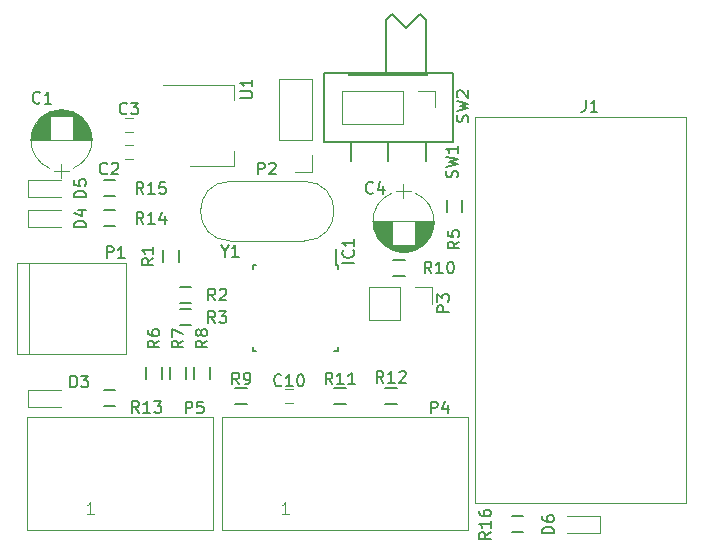
<source format=gto>
G04 #@! TF.GenerationSoftware,KiCad,Pcbnew,(2017-01-09 revision c2fb336)-makepkg*
G04 #@! TF.CreationDate,2017-04-23T15:34:07+02:00*
G04 #@! TF.ProjectId,avrIspMk2Clone,6176724973704D6B32436C6F6E652E6B,rev?*
G04 #@! TF.FileFunction,Legend,Top*
G04 #@! TF.FilePolarity,Positive*
%FSLAX46Y46*%
G04 Gerber Fmt 4.6, Leading zero omitted, Abs format (unit mm)*
G04 Created by KiCad (PCBNEW (2017-01-09 revision c2fb336)-makepkg) date 04/23/17 15:34:07*
%MOMM*%
%LPD*%
G01*
G04 APERTURE LIST*
%ADD10C,0.100000*%
%ADD11C,0.120000*%
%ADD12C,0.150000*%
G04 APERTURE END LIST*
D10*
D11*
X114838000Y-103210000D02*
X114838000Y-104600000D01*
X113448000Y-103210000D02*
X114838000Y-103210000D01*
X112178000Y-105990000D02*
X112178000Y-103210000D01*
X109518000Y-105990000D02*
X112178000Y-105990000D01*
X109518000Y-103210000D02*
X109518000Y-105990000D01*
X112178000Y-103210000D02*
X109518000Y-103210000D01*
X80559000Y-123770000D02*
X80559000Y-114170000D01*
X96299000Y-123770000D02*
X80559000Y-123770000D01*
X96299000Y-114170000D02*
X96299000Y-123770000D01*
X80559000Y-114170000D02*
X96299000Y-114170000D01*
X104027000Y-94249000D02*
X97777000Y-94249000D01*
X104027000Y-99299000D02*
X97777000Y-99299000D01*
X97777000Y-94249000D02*
G75*
G03X97777000Y-99299000I0J-2525000D01*
G01*
X104027000Y-94249000D02*
G75*
G02X104027000Y-99299000I0J-2525000D01*
G01*
X82494600Y-88363137D02*
G75*
G03X82496000Y-93157436I981400J-2396863D01*
G01*
X84457400Y-88363137D02*
G75*
G02X84456000Y-93157436I-981400J-2396863D01*
G01*
X84457400Y-88363137D02*
G75*
G03X82496000Y-88362564I-981400J-2396863D01*
G01*
X80926000Y-90760000D02*
X86026000Y-90760000D01*
X80926000Y-90720000D02*
X82496000Y-90720000D01*
X84456000Y-90720000D02*
X86026000Y-90720000D01*
X80927000Y-90680000D02*
X82496000Y-90680000D01*
X84456000Y-90680000D02*
X86025000Y-90680000D01*
X80928000Y-90640000D02*
X82496000Y-90640000D01*
X84456000Y-90640000D02*
X86024000Y-90640000D01*
X80930000Y-90600000D02*
X82496000Y-90600000D01*
X84456000Y-90600000D02*
X86022000Y-90600000D01*
X80933000Y-90560000D02*
X82496000Y-90560000D01*
X84456000Y-90560000D02*
X86019000Y-90560000D01*
X80937000Y-90520000D02*
X82496000Y-90520000D01*
X84456000Y-90520000D02*
X86015000Y-90520000D01*
X80941000Y-90480000D02*
X82496000Y-90480000D01*
X84456000Y-90480000D02*
X86011000Y-90480000D01*
X80945000Y-90440000D02*
X82496000Y-90440000D01*
X84456000Y-90440000D02*
X86007000Y-90440000D01*
X80951000Y-90400000D02*
X82496000Y-90400000D01*
X84456000Y-90400000D02*
X86001000Y-90400000D01*
X80957000Y-90360000D02*
X82496000Y-90360000D01*
X84456000Y-90360000D02*
X85995000Y-90360000D01*
X80963000Y-90320000D02*
X82496000Y-90320000D01*
X84456000Y-90320000D02*
X85989000Y-90320000D01*
X80970000Y-90280000D02*
X82496000Y-90280000D01*
X84456000Y-90280000D02*
X85982000Y-90280000D01*
X80978000Y-90240000D02*
X82496000Y-90240000D01*
X84456000Y-90240000D02*
X85974000Y-90240000D01*
X80987000Y-90200000D02*
X82496000Y-90200000D01*
X84456000Y-90200000D02*
X85965000Y-90200000D01*
X80996000Y-90160000D02*
X82496000Y-90160000D01*
X84456000Y-90160000D02*
X85956000Y-90160000D01*
X81006000Y-90120000D02*
X82496000Y-90120000D01*
X84456000Y-90120000D02*
X85946000Y-90120000D01*
X81016000Y-90080000D02*
X82496000Y-90080000D01*
X84456000Y-90080000D02*
X85936000Y-90080000D01*
X81028000Y-90039000D02*
X82496000Y-90039000D01*
X84456000Y-90039000D02*
X85924000Y-90039000D01*
X81040000Y-89999000D02*
X82496000Y-89999000D01*
X84456000Y-89999000D02*
X85912000Y-89999000D01*
X81052000Y-89959000D02*
X82496000Y-89959000D01*
X84456000Y-89959000D02*
X85900000Y-89959000D01*
X81066000Y-89919000D02*
X82496000Y-89919000D01*
X84456000Y-89919000D02*
X85886000Y-89919000D01*
X81080000Y-89879000D02*
X82496000Y-89879000D01*
X84456000Y-89879000D02*
X85872000Y-89879000D01*
X81094000Y-89839000D02*
X82496000Y-89839000D01*
X84456000Y-89839000D02*
X85858000Y-89839000D01*
X81110000Y-89799000D02*
X82496000Y-89799000D01*
X84456000Y-89799000D02*
X85842000Y-89799000D01*
X81126000Y-89759000D02*
X82496000Y-89759000D01*
X84456000Y-89759000D02*
X85826000Y-89759000D01*
X81143000Y-89719000D02*
X82496000Y-89719000D01*
X84456000Y-89719000D02*
X85809000Y-89719000D01*
X81161000Y-89679000D02*
X82496000Y-89679000D01*
X84456000Y-89679000D02*
X85791000Y-89679000D01*
X81180000Y-89639000D02*
X82496000Y-89639000D01*
X84456000Y-89639000D02*
X85772000Y-89639000D01*
X81200000Y-89599000D02*
X82496000Y-89599000D01*
X84456000Y-89599000D02*
X85752000Y-89599000D01*
X81220000Y-89559000D02*
X82496000Y-89559000D01*
X84456000Y-89559000D02*
X85732000Y-89559000D01*
X81242000Y-89519000D02*
X82496000Y-89519000D01*
X84456000Y-89519000D02*
X85710000Y-89519000D01*
X81264000Y-89479000D02*
X82496000Y-89479000D01*
X84456000Y-89479000D02*
X85688000Y-89479000D01*
X81287000Y-89439000D02*
X82496000Y-89439000D01*
X84456000Y-89439000D02*
X85665000Y-89439000D01*
X81311000Y-89399000D02*
X82496000Y-89399000D01*
X84456000Y-89399000D02*
X85641000Y-89399000D01*
X81336000Y-89359000D02*
X82496000Y-89359000D01*
X84456000Y-89359000D02*
X85616000Y-89359000D01*
X81363000Y-89319000D02*
X82496000Y-89319000D01*
X84456000Y-89319000D02*
X85589000Y-89319000D01*
X81390000Y-89279000D02*
X82496000Y-89279000D01*
X84456000Y-89279000D02*
X85562000Y-89279000D01*
X81418000Y-89239000D02*
X82496000Y-89239000D01*
X84456000Y-89239000D02*
X85534000Y-89239000D01*
X81448000Y-89199000D02*
X82496000Y-89199000D01*
X84456000Y-89199000D02*
X85504000Y-89199000D01*
X81479000Y-89159000D02*
X82496000Y-89159000D01*
X84456000Y-89159000D02*
X85473000Y-89159000D01*
X81511000Y-89119000D02*
X82496000Y-89119000D01*
X84456000Y-89119000D02*
X85441000Y-89119000D01*
X81544000Y-89079000D02*
X82496000Y-89079000D01*
X84456000Y-89079000D02*
X85408000Y-89079000D01*
X81579000Y-89039000D02*
X82496000Y-89039000D01*
X84456000Y-89039000D02*
X85373000Y-89039000D01*
X81615000Y-88999000D02*
X82496000Y-88999000D01*
X84456000Y-88999000D02*
X85337000Y-88999000D01*
X81653000Y-88959000D02*
X82496000Y-88959000D01*
X84456000Y-88959000D02*
X85299000Y-88959000D01*
X81693000Y-88919000D02*
X82496000Y-88919000D01*
X84456000Y-88919000D02*
X85259000Y-88919000D01*
X81734000Y-88879000D02*
X82496000Y-88879000D01*
X84456000Y-88879000D02*
X85218000Y-88879000D01*
X81777000Y-88839000D02*
X82496000Y-88839000D01*
X84456000Y-88839000D02*
X85175000Y-88839000D01*
X81822000Y-88799000D02*
X82496000Y-88799000D01*
X84456000Y-88799000D02*
X85130000Y-88799000D01*
X81870000Y-88759000D02*
X85082000Y-88759000D01*
X81920000Y-88719000D02*
X85032000Y-88719000D01*
X81972000Y-88679000D02*
X84980000Y-88679000D01*
X82028000Y-88639000D02*
X84924000Y-88639000D01*
X82086000Y-88599000D02*
X84866000Y-88599000D01*
X82149000Y-88559000D02*
X84803000Y-88559000D01*
X82215000Y-88519000D02*
X84737000Y-88519000D01*
X82287000Y-88479000D02*
X84665000Y-88479000D01*
X82364000Y-88439000D02*
X84588000Y-88439000D01*
X82448000Y-88399000D02*
X84504000Y-88399000D01*
X82542000Y-88359000D02*
X84410000Y-88359000D01*
X82647000Y-88319000D02*
X84305000Y-88319000D01*
X82769000Y-88279000D02*
X84183000Y-88279000D01*
X82917000Y-88239000D02*
X84035000Y-88239000D01*
X83122000Y-88199000D02*
X83830000Y-88199000D01*
X83476000Y-93960000D02*
X83476000Y-92760000D01*
X82826000Y-93360000D02*
X84126000Y-93360000D01*
X113413400Y-100046863D02*
G75*
G03X113412000Y-95252564I-981400J2396863D01*
G01*
X111450600Y-100046863D02*
G75*
G02X111452000Y-95252564I981400J2396863D01*
G01*
X111450600Y-100046863D02*
G75*
G03X113412000Y-100047436I981400J2396863D01*
G01*
X114982000Y-97650000D02*
X109882000Y-97650000D01*
X114982000Y-97690000D02*
X113412000Y-97690000D01*
X111452000Y-97690000D02*
X109882000Y-97690000D01*
X114981000Y-97730000D02*
X113412000Y-97730000D01*
X111452000Y-97730000D02*
X109883000Y-97730000D01*
X114980000Y-97770000D02*
X113412000Y-97770000D01*
X111452000Y-97770000D02*
X109884000Y-97770000D01*
X114978000Y-97810000D02*
X113412000Y-97810000D01*
X111452000Y-97810000D02*
X109886000Y-97810000D01*
X114975000Y-97850000D02*
X113412000Y-97850000D01*
X111452000Y-97850000D02*
X109889000Y-97850000D01*
X114971000Y-97890000D02*
X113412000Y-97890000D01*
X111452000Y-97890000D02*
X109893000Y-97890000D01*
X114967000Y-97930000D02*
X113412000Y-97930000D01*
X111452000Y-97930000D02*
X109897000Y-97930000D01*
X114963000Y-97970000D02*
X113412000Y-97970000D01*
X111452000Y-97970000D02*
X109901000Y-97970000D01*
X114957000Y-98010000D02*
X113412000Y-98010000D01*
X111452000Y-98010000D02*
X109907000Y-98010000D01*
X114951000Y-98050000D02*
X113412000Y-98050000D01*
X111452000Y-98050000D02*
X109913000Y-98050000D01*
X114945000Y-98090000D02*
X113412000Y-98090000D01*
X111452000Y-98090000D02*
X109919000Y-98090000D01*
X114938000Y-98130000D02*
X113412000Y-98130000D01*
X111452000Y-98130000D02*
X109926000Y-98130000D01*
X114930000Y-98170000D02*
X113412000Y-98170000D01*
X111452000Y-98170000D02*
X109934000Y-98170000D01*
X114921000Y-98210000D02*
X113412000Y-98210000D01*
X111452000Y-98210000D02*
X109943000Y-98210000D01*
X114912000Y-98250000D02*
X113412000Y-98250000D01*
X111452000Y-98250000D02*
X109952000Y-98250000D01*
X114902000Y-98290000D02*
X113412000Y-98290000D01*
X111452000Y-98290000D02*
X109962000Y-98290000D01*
X114892000Y-98330000D02*
X113412000Y-98330000D01*
X111452000Y-98330000D02*
X109972000Y-98330000D01*
X114880000Y-98371000D02*
X113412000Y-98371000D01*
X111452000Y-98371000D02*
X109984000Y-98371000D01*
X114868000Y-98411000D02*
X113412000Y-98411000D01*
X111452000Y-98411000D02*
X109996000Y-98411000D01*
X114856000Y-98451000D02*
X113412000Y-98451000D01*
X111452000Y-98451000D02*
X110008000Y-98451000D01*
X114842000Y-98491000D02*
X113412000Y-98491000D01*
X111452000Y-98491000D02*
X110022000Y-98491000D01*
X114828000Y-98531000D02*
X113412000Y-98531000D01*
X111452000Y-98531000D02*
X110036000Y-98531000D01*
X114814000Y-98571000D02*
X113412000Y-98571000D01*
X111452000Y-98571000D02*
X110050000Y-98571000D01*
X114798000Y-98611000D02*
X113412000Y-98611000D01*
X111452000Y-98611000D02*
X110066000Y-98611000D01*
X114782000Y-98651000D02*
X113412000Y-98651000D01*
X111452000Y-98651000D02*
X110082000Y-98651000D01*
X114765000Y-98691000D02*
X113412000Y-98691000D01*
X111452000Y-98691000D02*
X110099000Y-98691000D01*
X114747000Y-98731000D02*
X113412000Y-98731000D01*
X111452000Y-98731000D02*
X110117000Y-98731000D01*
X114728000Y-98771000D02*
X113412000Y-98771000D01*
X111452000Y-98771000D02*
X110136000Y-98771000D01*
X114708000Y-98811000D02*
X113412000Y-98811000D01*
X111452000Y-98811000D02*
X110156000Y-98811000D01*
X114688000Y-98851000D02*
X113412000Y-98851000D01*
X111452000Y-98851000D02*
X110176000Y-98851000D01*
X114666000Y-98891000D02*
X113412000Y-98891000D01*
X111452000Y-98891000D02*
X110198000Y-98891000D01*
X114644000Y-98931000D02*
X113412000Y-98931000D01*
X111452000Y-98931000D02*
X110220000Y-98931000D01*
X114621000Y-98971000D02*
X113412000Y-98971000D01*
X111452000Y-98971000D02*
X110243000Y-98971000D01*
X114597000Y-99011000D02*
X113412000Y-99011000D01*
X111452000Y-99011000D02*
X110267000Y-99011000D01*
X114572000Y-99051000D02*
X113412000Y-99051000D01*
X111452000Y-99051000D02*
X110292000Y-99051000D01*
X114545000Y-99091000D02*
X113412000Y-99091000D01*
X111452000Y-99091000D02*
X110319000Y-99091000D01*
X114518000Y-99131000D02*
X113412000Y-99131000D01*
X111452000Y-99131000D02*
X110346000Y-99131000D01*
X114490000Y-99171000D02*
X113412000Y-99171000D01*
X111452000Y-99171000D02*
X110374000Y-99171000D01*
X114460000Y-99211000D02*
X113412000Y-99211000D01*
X111452000Y-99211000D02*
X110404000Y-99211000D01*
X114429000Y-99251000D02*
X113412000Y-99251000D01*
X111452000Y-99251000D02*
X110435000Y-99251000D01*
X114397000Y-99291000D02*
X113412000Y-99291000D01*
X111452000Y-99291000D02*
X110467000Y-99291000D01*
X114364000Y-99331000D02*
X113412000Y-99331000D01*
X111452000Y-99331000D02*
X110500000Y-99331000D01*
X114329000Y-99371000D02*
X113412000Y-99371000D01*
X111452000Y-99371000D02*
X110535000Y-99371000D01*
X114293000Y-99411000D02*
X113412000Y-99411000D01*
X111452000Y-99411000D02*
X110571000Y-99411000D01*
X114255000Y-99451000D02*
X113412000Y-99451000D01*
X111452000Y-99451000D02*
X110609000Y-99451000D01*
X114215000Y-99491000D02*
X113412000Y-99491000D01*
X111452000Y-99491000D02*
X110649000Y-99491000D01*
X114174000Y-99531000D02*
X113412000Y-99531000D01*
X111452000Y-99531000D02*
X110690000Y-99531000D01*
X114131000Y-99571000D02*
X113412000Y-99571000D01*
X111452000Y-99571000D02*
X110733000Y-99571000D01*
X114086000Y-99611000D02*
X113412000Y-99611000D01*
X111452000Y-99611000D02*
X110778000Y-99611000D01*
X114038000Y-99651000D02*
X110826000Y-99651000D01*
X113988000Y-99691000D02*
X110876000Y-99691000D01*
X113936000Y-99731000D02*
X110928000Y-99731000D01*
X113880000Y-99771000D02*
X110984000Y-99771000D01*
X113822000Y-99811000D02*
X111042000Y-99811000D01*
X113759000Y-99851000D02*
X111105000Y-99851000D01*
X113693000Y-99891000D02*
X111171000Y-99891000D01*
X113621000Y-99931000D02*
X111243000Y-99931000D01*
X113544000Y-99971000D02*
X111320000Y-99971000D01*
X113460000Y-100011000D02*
X111404000Y-100011000D01*
X113366000Y-100051000D02*
X111498000Y-100051000D01*
X113261000Y-100091000D02*
X111603000Y-100091000D01*
X113139000Y-100131000D02*
X111725000Y-100131000D01*
X112991000Y-100171000D02*
X111873000Y-100171000D01*
X112786000Y-100211000D02*
X112078000Y-100211000D01*
X112432000Y-94450000D02*
X112432000Y-95650000D01*
X113082000Y-95050000D02*
X111782000Y-95050000D01*
X80660000Y-111920000D02*
X80660000Y-113320000D01*
X80660000Y-113320000D02*
X83460000Y-113320000D01*
X80660000Y-111920000D02*
X83460000Y-111920000D01*
X80660000Y-96680000D02*
X83460000Y-96680000D01*
X80660000Y-98080000D02*
X83460000Y-98080000D01*
X80660000Y-96680000D02*
X80660000Y-98080000D01*
X80660000Y-94140000D02*
X80660000Y-95540000D01*
X80660000Y-95540000D02*
X83460000Y-95540000D01*
X80660000Y-94140000D02*
X83460000Y-94140000D01*
X129048000Y-123988000D02*
X126248000Y-123988000D01*
X129048000Y-122588000D02*
X126248000Y-122588000D01*
X129048000Y-123988000D02*
X129048000Y-122588000D01*
D12*
X106688000Y-101375000D02*
X106688000Y-99950000D01*
X106913000Y-108625000D02*
X106913000Y-108299999D01*
X99663000Y-108625000D02*
X99663000Y-108299999D01*
X99663000Y-101375000D02*
X99663000Y-101700001D01*
X106913000Y-101375000D02*
X106913000Y-101700001D01*
X99663000Y-101375000D02*
X99988001Y-101375000D01*
X99663000Y-108625000D02*
X99988001Y-108625000D01*
X106913000Y-108625000D02*
X106587999Y-108625000D01*
X106913000Y-101375000D02*
X106688000Y-101375000D01*
D11*
X136364000Y-88800000D02*
X118464000Y-88850000D01*
X118464000Y-88850000D02*
X118464000Y-121450000D01*
X118464000Y-121450000D02*
X136364000Y-121450000D01*
X136364000Y-121450000D02*
X136364000Y-88800000D01*
X88950000Y-101150000D02*
X79750000Y-101150000D01*
X88950000Y-108850000D02*
X88950000Y-101150000D01*
X79750000Y-108850000D02*
X88950000Y-108850000D01*
X79750000Y-101150000D02*
X79750000Y-108850000D01*
X80750000Y-101150000D02*
X80750000Y-108850000D01*
X97069000Y-114170000D02*
X117889000Y-114170000D01*
X117889000Y-114170000D02*
X117889000Y-123770000D01*
X117889000Y-123770000D02*
X97069000Y-123770000D01*
X97069000Y-123770000D02*
X97069000Y-114170000D01*
X98086000Y-92916000D02*
X98086000Y-91656000D01*
X98086000Y-86096000D02*
X98086000Y-87356000D01*
X94326000Y-92916000D02*
X98086000Y-92916000D01*
X92076000Y-86096000D02*
X98086000Y-86096000D01*
X115092000Y-86592000D02*
X115092000Y-87982000D01*
X113702000Y-86592000D02*
X115092000Y-86592000D01*
X112432000Y-89372000D02*
X112432000Y-86592000D01*
X107232000Y-89372000D02*
X112432000Y-89372000D01*
X107232000Y-86592000D02*
X107232000Y-89372000D01*
X112432000Y-86592000D02*
X107232000Y-86592000D01*
D12*
X116662000Y-90954000D02*
X116662000Y-85054000D01*
X105662000Y-90954000D02*
X105662000Y-85054000D01*
X114362000Y-92554000D02*
X114362000Y-90954000D01*
X111162000Y-92554000D02*
X111162000Y-90954000D01*
X107962000Y-92554000D02*
X107962000Y-90954000D01*
X114362000Y-85054000D02*
X114362000Y-80554000D01*
X110962000Y-85054000D02*
X110962000Y-80554000D01*
X116662000Y-90954000D02*
X105662000Y-90954000D01*
X105662000Y-85054000D02*
X116662000Y-85054000D01*
X114462000Y-85254000D02*
X107862000Y-85254000D01*
X107862000Y-85254000D02*
X107862000Y-85054000D01*
X114462000Y-85254000D02*
X114462000Y-85054000D01*
X114362000Y-80554000D02*
X113862000Y-80054000D01*
X113862000Y-80054000D02*
X112662000Y-81254000D01*
X112662000Y-81254000D02*
X111462000Y-80054000D01*
X111462000Y-80054000D02*
X110962000Y-80554000D01*
D11*
X88841000Y-91192000D02*
X89541000Y-91192000D01*
X89541000Y-92392000D02*
X88841000Y-92392000D01*
X89541000Y-90106000D02*
X88841000Y-90106000D01*
X88841000Y-88906000D02*
X89541000Y-88906000D01*
X104678000Y-93436000D02*
X103288000Y-93436000D01*
X104678000Y-92046000D02*
X104678000Y-93436000D01*
X101898000Y-90776000D02*
X104678000Y-90776000D01*
X101898000Y-85576000D02*
X101898000Y-90776000D01*
X104678000Y-85576000D02*
X101898000Y-85576000D01*
X104678000Y-90776000D02*
X104678000Y-85576000D01*
D12*
X93385000Y-100084000D02*
X93385000Y-101084000D01*
X92035000Y-101084000D02*
X92035000Y-100084000D01*
X94480000Y-104561000D02*
X93480000Y-104561000D01*
X93480000Y-103211000D02*
X94480000Y-103211000D01*
X93480000Y-105087000D02*
X94480000Y-105087000D01*
X94480000Y-106437000D02*
X93480000Y-106437000D01*
X117425000Y-95864000D02*
X117425000Y-96864000D01*
X116075000Y-96864000D02*
X116075000Y-95864000D01*
X91988000Y-109990000D02*
X91988000Y-110990000D01*
X90638000Y-110990000D02*
X90638000Y-109990000D01*
X92670000Y-110990000D02*
X92670000Y-109990000D01*
X94020000Y-109990000D02*
X94020000Y-110990000D01*
X96052000Y-109990000D02*
X96052000Y-110990000D01*
X94702000Y-110990000D02*
X94702000Y-109990000D01*
X99179000Y-113070000D02*
X98179000Y-113070000D01*
X98179000Y-111720000D02*
X99179000Y-111720000D01*
X112551000Y-102246000D02*
X111551000Y-102246000D01*
X111551000Y-100896000D02*
X112551000Y-100896000D01*
X106561000Y-111720000D02*
X107561000Y-111720000D01*
X107561000Y-113070000D02*
X106561000Y-113070000D01*
X110879000Y-111720000D02*
X111879000Y-111720000D01*
X111879000Y-113070000D02*
X110879000Y-113070000D01*
X87040000Y-111945000D02*
X88040000Y-111945000D01*
X88040000Y-113295000D02*
X87040000Y-113295000D01*
X88040000Y-98055000D02*
X87040000Y-98055000D01*
X87040000Y-96705000D02*
X88040000Y-96705000D01*
X87040000Y-94165000D02*
X88040000Y-94165000D01*
X88040000Y-95515000D02*
X87040000Y-95515000D01*
X121584000Y-122613000D02*
X122584000Y-122613000D01*
X122584000Y-123963000D02*
X121584000Y-123963000D01*
D11*
X103093000Y-112995000D02*
X102393000Y-112995000D01*
X102393000Y-111795000D02*
X103093000Y-111795000D01*
D12*
X116290380Y-105338095D02*
X115290380Y-105338095D01*
X115290380Y-104957142D01*
X115338000Y-104861904D01*
X115385619Y-104814285D01*
X115480857Y-104766666D01*
X115623714Y-104766666D01*
X115718952Y-104814285D01*
X115766571Y-104861904D01*
X115814190Y-104957142D01*
X115814190Y-105338095D01*
X115290380Y-104433333D02*
X115290380Y-103814285D01*
X115671333Y-104147619D01*
X115671333Y-104004761D01*
X115718952Y-103909523D01*
X115766571Y-103861904D01*
X115861809Y-103814285D01*
X116099904Y-103814285D01*
X116195142Y-103861904D01*
X116242761Y-103909523D01*
X116290380Y-104004761D01*
X116290380Y-104290476D01*
X116242761Y-104385714D01*
X116195142Y-104433333D01*
X93977404Y-113897880D02*
X93977404Y-112897880D01*
X94358357Y-112897880D01*
X94453595Y-112945500D01*
X94501214Y-112993119D01*
X94548833Y-113088357D01*
X94548833Y-113231214D01*
X94501214Y-113326452D01*
X94453595Y-113374071D01*
X94358357Y-113421690D01*
X93977404Y-113421690D01*
X95453595Y-112897880D02*
X94977404Y-112897880D01*
X94929785Y-113374071D01*
X94977404Y-113326452D01*
X95072642Y-113278833D01*
X95310738Y-113278833D01*
X95405976Y-113326452D01*
X95453595Y-113374071D01*
X95501214Y-113469309D01*
X95501214Y-113707404D01*
X95453595Y-113802642D01*
X95405976Y-113850261D01*
X95310738Y-113897880D01*
X95072642Y-113897880D01*
X94977404Y-113850261D01*
X94929785Y-113802642D01*
D11*
X86194714Y-122412380D02*
X85623285Y-122412380D01*
X85909000Y-122412380D02*
X85909000Y-121412380D01*
X85813761Y-121555238D01*
X85718523Y-121650476D01*
X85623285Y-121698095D01*
D12*
X97287309Y-100150190D02*
X97287309Y-100626380D01*
X96953976Y-99626380D02*
X97287309Y-100150190D01*
X97620642Y-99626380D01*
X98477785Y-100626380D02*
X97906357Y-100626380D01*
X98192071Y-100626380D02*
X98192071Y-99626380D01*
X98096833Y-99769238D01*
X98001595Y-99864476D01*
X97906357Y-99912095D01*
X81658333Y-87577142D02*
X81610714Y-87624761D01*
X81467857Y-87672380D01*
X81372619Y-87672380D01*
X81229761Y-87624761D01*
X81134523Y-87529523D01*
X81086904Y-87434285D01*
X81039285Y-87243809D01*
X81039285Y-87100952D01*
X81086904Y-86910476D01*
X81134523Y-86815238D01*
X81229761Y-86720000D01*
X81372619Y-86672380D01*
X81467857Y-86672380D01*
X81610714Y-86720000D01*
X81658333Y-86767619D01*
X82610714Y-87672380D02*
X82039285Y-87672380D01*
X82325000Y-87672380D02*
X82325000Y-86672380D01*
X82229761Y-86815238D01*
X82134523Y-86910476D01*
X82039285Y-86958095D01*
X109852333Y-95209842D02*
X109804714Y-95257461D01*
X109661857Y-95305080D01*
X109566619Y-95305080D01*
X109423761Y-95257461D01*
X109328523Y-95162223D01*
X109280904Y-95066985D01*
X109233285Y-94876509D01*
X109233285Y-94733652D01*
X109280904Y-94543176D01*
X109328523Y-94447938D01*
X109423761Y-94352700D01*
X109566619Y-94305080D01*
X109661857Y-94305080D01*
X109804714Y-94352700D01*
X109852333Y-94400319D01*
X110709476Y-94638414D02*
X110709476Y-95305080D01*
X110471380Y-94257461D02*
X110233285Y-94971747D01*
X110852333Y-94971747D01*
X84224904Y-111704380D02*
X84224904Y-110704380D01*
X84463000Y-110704380D01*
X84605857Y-110752000D01*
X84701095Y-110847238D01*
X84748714Y-110942476D01*
X84796333Y-111132952D01*
X84796333Y-111275809D01*
X84748714Y-111466285D01*
X84701095Y-111561523D01*
X84605857Y-111656761D01*
X84463000Y-111704380D01*
X84224904Y-111704380D01*
X85129666Y-110704380D02*
X85748714Y-110704380D01*
X85415380Y-111085333D01*
X85558238Y-111085333D01*
X85653476Y-111132952D01*
X85701095Y-111180571D01*
X85748714Y-111275809D01*
X85748714Y-111513904D01*
X85701095Y-111609142D01*
X85653476Y-111656761D01*
X85558238Y-111704380D01*
X85272523Y-111704380D01*
X85177285Y-111656761D01*
X85129666Y-111609142D01*
X85542380Y-98147095D02*
X84542380Y-98147095D01*
X84542380Y-97909000D01*
X84590000Y-97766142D01*
X84685238Y-97670904D01*
X84780476Y-97623285D01*
X84970952Y-97575666D01*
X85113809Y-97575666D01*
X85304285Y-97623285D01*
X85399523Y-97670904D01*
X85494761Y-97766142D01*
X85542380Y-97909000D01*
X85542380Y-98147095D01*
X84875714Y-96718523D02*
X85542380Y-96718523D01*
X84494761Y-96956619D02*
X85209047Y-97194714D01*
X85209047Y-96575666D01*
X85542380Y-95607095D02*
X84542380Y-95607095D01*
X84542380Y-95369000D01*
X84590000Y-95226142D01*
X84685238Y-95130904D01*
X84780476Y-95083285D01*
X84970952Y-95035666D01*
X85113809Y-95035666D01*
X85304285Y-95083285D01*
X85399523Y-95130904D01*
X85494761Y-95226142D01*
X85542380Y-95369000D01*
X85542380Y-95607095D01*
X84542380Y-94130904D02*
X84542380Y-94607095D01*
X85018571Y-94654714D01*
X84970952Y-94607095D01*
X84923333Y-94511857D01*
X84923333Y-94273761D01*
X84970952Y-94178523D01*
X85018571Y-94130904D01*
X85113809Y-94083285D01*
X85351904Y-94083285D01*
X85447142Y-94130904D01*
X85494761Y-94178523D01*
X85542380Y-94273761D01*
X85542380Y-94511857D01*
X85494761Y-94607095D01*
X85447142Y-94654714D01*
X125166380Y-124055095D02*
X124166380Y-124055095D01*
X124166380Y-123817000D01*
X124214000Y-123674142D01*
X124309238Y-123578904D01*
X124404476Y-123531285D01*
X124594952Y-123483666D01*
X124737809Y-123483666D01*
X124928285Y-123531285D01*
X125023523Y-123578904D01*
X125118761Y-123674142D01*
X125166380Y-123817000D01*
X125166380Y-124055095D01*
X124166380Y-122626523D02*
X124166380Y-122817000D01*
X124214000Y-122912238D01*
X124261619Y-122959857D01*
X124404476Y-123055095D01*
X124594952Y-123102714D01*
X124975904Y-123102714D01*
X125071142Y-123055095D01*
X125118761Y-123007476D01*
X125166380Y-122912238D01*
X125166380Y-122721761D01*
X125118761Y-122626523D01*
X125071142Y-122578904D01*
X124975904Y-122531285D01*
X124737809Y-122531285D01*
X124642571Y-122578904D01*
X124594952Y-122626523D01*
X124547333Y-122721761D01*
X124547333Y-122912238D01*
X124594952Y-123007476D01*
X124642571Y-123055095D01*
X124737809Y-123102714D01*
X108248880Y-101150190D02*
X107248880Y-101150190D01*
X108153642Y-100102571D02*
X108201261Y-100150190D01*
X108248880Y-100293047D01*
X108248880Y-100388285D01*
X108201261Y-100531142D01*
X108106023Y-100626380D01*
X108010785Y-100674000D01*
X107820309Y-100721619D01*
X107677452Y-100721619D01*
X107486976Y-100674000D01*
X107391738Y-100626380D01*
X107296500Y-100531142D01*
X107248880Y-100388285D01*
X107248880Y-100293047D01*
X107296500Y-100150190D01*
X107344119Y-100102571D01*
X108248880Y-99150190D02*
X108248880Y-99721619D01*
X108248880Y-99435904D02*
X107248880Y-99435904D01*
X107391738Y-99531142D01*
X107486976Y-99626380D01*
X107534595Y-99721619D01*
X127846666Y-87370880D02*
X127846666Y-88085166D01*
X127799047Y-88228023D01*
X127703809Y-88323261D01*
X127560952Y-88370880D01*
X127465714Y-88370880D01*
X128846666Y-88370880D02*
X128275238Y-88370880D01*
X128560952Y-88370880D02*
X128560952Y-87370880D01*
X128465714Y-87513738D01*
X128370476Y-87608976D01*
X128275238Y-87656595D01*
X87309904Y-100753380D02*
X87309904Y-99753380D01*
X87690857Y-99753380D01*
X87786095Y-99801000D01*
X87833714Y-99848619D01*
X87881333Y-99943857D01*
X87881333Y-100086714D01*
X87833714Y-100181952D01*
X87786095Y-100229571D01*
X87690857Y-100277190D01*
X87309904Y-100277190D01*
X88833714Y-100753380D02*
X88262285Y-100753380D01*
X88548000Y-100753380D02*
X88548000Y-99753380D01*
X88452761Y-99896238D01*
X88357523Y-99991476D01*
X88262285Y-100039095D01*
X114741904Y-113897880D02*
X114741904Y-112897880D01*
X115122857Y-112897880D01*
X115218095Y-112945500D01*
X115265714Y-112993119D01*
X115313333Y-113088357D01*
X115313333Y-113231214D01*
X115265714Y-113326452D01*
X115218095Y-113374071D01*
X115122857Y-113421690D01*
X114741904Y-113421690D01*
X116170476Y-113231214D02*
X116170476Y-113897880D01*
X115932380Y-112850261D02*
X115694285Y-113564547D01*
X116313333Y-113564547D01*
D11*
X102704714Y-122412380D02*
X102133285Y-122412380D01*
X102419000Y-122412380D02*
X102419000Y-121412380D01*
X102323761Y-121555238D01*
X102228523Y-121650476D01*
X102133285Y-121698095D01*
D12*
X98612880Y-87219904D02*
X99422404Y-87219904D01*
X99517642Y-87172285D01*
X99565261Y-87124666D01*
X99612880Y-87029428D01*
X99612880Y-86838952D01*
X99565261Y-86743714D01*
X99517642Y-86696095D01*
X99422404Y-86648476D01*
X98612880Y-86648476D01*
X99612880Y-85648476D02*
X99612880Y-86219904D01*
X99612880Y-85934190D02*
X98612880Y-85934190D01*
X98755738Y-86029428D01*
X98850976Y-86124666D01*
X98898595Y-86219904D01*
X117879761Y-89217333D02*
X117927380Y-89074476D01*
X117927380Y-88836380D01*
X117879761Y-88741142D01*
X117832142Y-88693523D01*
X117736904Y-88645904D01*
X117641666Y-88645904D01*
X117546428Y-88693523D01*
X117498809Y-88741142D01*
X117451190Y-88836380D01*
X117403571Y-89026857D01*
X117355952Y-89122095D01*
X117308333Y-89169714D01*
X117213095Y-89217333D01*
X117117857Y-89217333D01*
X117022619Y-89169714D01*
X116975000Y-89122095D01*
X116927380Y-89026857D01*
X116927380Y-88788761D01*
X116975000Y-88645904D01*
X116927380Y-88312571D02*
X117927380Y-88074476D01*
X117213095Y-87884000D01*
X117927380Y-87693523D01*
X116927380Y-87455428D01*
X117022619Y-87122095D02*
X116975000Y-87074476D01*
X116927380Y-86979238D01*
X116927380Y-86741142D01*
X116975000Y-86645904D01*
X117022619Y-86598285D01*
X117117857Y-86550666D01*
X117213095Y-86550666D01*
X117355952Y-86598285D01*
X117927380Y-87169714D01*
X117927380Y-86550666D01*
X116990761Y-93916333D02*
X117038380Y-93773476D01*
X117038380Y-93535380D01*
X116990761Y-93440142D01*
X116943142Y-93392523D01*
X116847904Y-93344904D01*
X116752666Y-93344904D01*
X116657428Y-93392523D01*
X116609809Y-93440142D01*
X116562190Y-93535380D01*
X116514571Y-93725857D01*
X116466952Y-93821095D01*
X116419333Y-93868714D01*
X116324095Y-93916333D01*
X116228857Y-93916333D01*
X116133619Y-93868714D01*
X116086000Y-93821095D01*
X116038380Y-93725857D01*
X116038380Y-93487761D01*
X116086000Y-93344904D01*
X116038380Y-93011571D02*
X117038380Y-92773476D01*
X116324095Y-92583000D01*
X117038380Y-92392523D01*
X116038380Y-92154428D01*
X117038380Y-91249666D02*
X117038380Y-91821095D01*
X117038380Y-91535380D02*
X116038380Y-91535380D01*
X116181238Y-91630619D01*
X116276476Y-91725857D01*
X116324095Y-91821095D01*
X87336333Y-93575142D02*
X87288714Y-93622761D01*
X87145857Y-93670380D01*
X87050619Y-93670380D01*
X86907761Y-93622761D01*
X86812523Y-93527523D01*
X86764904Y-93432285D01*
X86717285Y-93241809D01*
X86717285Y-93098952D01*
X86764904Y-92908476D01*
X86812523Y-92813238D01*
X86907761Y-92718000D01*
X87050619Y-92670380D01*
X87145857Y-92670380D01*
X87288714Y-92718000D01*
X87336333Y-92765619D01*
X87717285Y-92765619D02*
X87764904Y-92718000D01*
X87860142Y-92670380D01*
X88098238Y-92670380D01*
X88193476Y-92718000D01*
X88241095Y-92765619D01*
X88288714Y-92860857D01*
X88288714Y-92956095D01*
X88241095Y-93098952D01*
X87669666Y-93670380D01*
X88288714Y-93670380D01*
X89024333Y-88495142D02*
X88976714Y-88542761D01*
X88833857Y-88590380D01*
X88738619Y-88590380D01*
X88595761Y-88542761D01*
X88500523Y-88447523D01*
X88452904Y-88352285D01*
X88405285Y-88161809D01*
X88405285Y-88018952D01*
X88452904Y-87828476D01*
X88500523Y-87733238D01*
X88595761Y-87638000D01*
X88738619Y-87590380D01*
X88833857Y-87590380D01*
X88976714Y-87638000D01*
X89024333Y-87685619D01*
X89357666Y-87590380D02*
X89976714Y-87590380D01*
X89643380Y-87971333D01*
X89786238Y-87971333D01*
X89881476Y-88018952D01*
X89929095Y-88066571D01*
X89976714Y-88161809D01*
X89976714Y-88399904D01*
X89929095Y-88495142D01*
X89881476Y-88542761D01*
X89786238Y-88590380D01*
X89500523Y-88590380D01*
X89405285Y-88542761D01*
X89357666Y-88495142D01*
X100099904Y-93670380D02*
X100099904Y-92670380D01*
X100480857Y-92670380D01*
X100576095Y-92718000D01*
X100623714Y-92765619D01*
X100671333Y-92860857D01*
X100671333Y-93003714D01*
X100623714Y-93098952D01*
X100576095Y-93146571D01*
X100480857Y-93194190D01*
X100099904Y-93194190D01*
X101052285Y-92765619D02*
X101099904Y-92718000D01*
X101195142Y-92670380D01*
X101433238Y-92670380D01*
X101528476Y-92718000D01*
X101576095Y-92765619D01*
X101623714Y-92860857D01*
X101623714Y-92956095D01*
X101576095Y-93098952D01*
X101004666Y-93670380D01*
X101623714Y-93670380D01*
X91262380Y-100750666D02*
X90786190Y-101084000D01*
X91262380Y-101322095D02*
X90262380Y-101322095D01*
X90262380Y-100941142D01*
X90310000Y-100845904D01*
X90357619Y-100798285D01*
X90452857Y-100750666D01*
X90595714Y-100750666D01*
X90690952Y-100798285D01*
X90738571Y-100845904D01*
X90786190Y-100941142D01*
X90786190Y-101322095D01*
X91262380Y-99798285D02*
X91262380Y-100369714D01*
X91262380Y-100084000D02*
X90262380Y-100084000D01*
X90405238Y-100179238D01*
X90500476Y-100274476D01*
X90548095Y-100369714D01*
X96480333Y-104338380D02*
X96147000Y-103862190D01*
X95908904Y-104338380D02*
X95908904Y-103338380D01*
X96289857Y-103338380D01*
X96385095Y-103386000D01*
X96432714Y-103433619D01*
X96480333Y-103528857D01*
X96480333Y-103671714D01*
X96432714Y-103766952D01*
X96385095Y-103814571D01*
X96289857Y-103862190D01*
X95908904Y-103862190D01*
X96861285Y-103433619D02*
X96908904Y-103386000D01*
X97004142Y-103338380D01*
X97242238Y-103338380D01*
X97337476Y-103386000D01*
X97385095Y-103433619D01*
X97432714Y-103528857D01*
X97432714Y-103624095D01*
X97385095Y-103766952D01*
X96813666Y-104338380D01*
X97432714Y-104338380D01*
X96480333Y-106243380D02*
X96147000Y-105767190D01*
X95908904Y-106243380D02*
X95908904Y-105243380D01*
X96289857Y-105243380D01*
X96385095Y-105291000D01*
X96432714Y-105338619D01*
X96480333Y-105433857D01*
X96480333Y-105576714D01*
X96432714Y-105671952D01*
X96385095Y-105719571D01*
X96289857Y-105767190D01*
X95908904Y-105767190D01*
X96813666Y-105243380D02*
X97432714Y-105243380D01*
X97099380Y-105624333D01*
X97242238Y-105624333D01*
X97337476Y-105671952D01*
X97385095Y-105719571D01*
X97432714Y-105814809D01*
X97432714Y-106052904D01*
X97385095Y-106148142D01*
X97337476Y-106195761D01*
X97242238Y-106243380D01*
X96956523Y-106243380D01*
X96861285Y-106195761D01*
X96813666Y-106148142D01*
X117165380Y-99353666D02*
X116689190Y-99687000D01*
X117165380Y-99925095D02*
X116165380Y-99925095D01*
X116165380Y-99544142D01*
X116213000Y-99448904D01*
X116260619Y-99401285D01*
X116355857Y-99353666D01*
X116498714Y-99353666D01*
X116593952Y-99401285D01*
X116641571Y-99448904D01*
X116689190Y-99544142D01*
X116689190Y-99925095D01*
X116165380Y-98448904D02*
X116165380Y-98925095D01*
X116641571Y-98972714D01*
X116593952Y-98925095D01*
X116546333Y-98829857D01*
X116546333Y-98591761D01*
X116593952Y-98496523D01*
X116641571Y-98448904D01*
X116736809Y-98401285D01*
X116974904Y-98401285D01*
X117070142Y-98448904D01*
X117117761Y-98496523D01*
X117165380Y-98591761D01*
X117165380Y-98829857D01*
X117117761Y-98925095D01*
X117070142Y-98972714D01*
X91765380Y-107735666D02*
X91289190Y-108069000D01*
X91765380Y-108307095D02*
X90765380Y-108307095D01*
X90765380Y-107926142D01*
X90813000Y-107830904D01*
X90860619Y-107783285D01*
X90955857Y-107735666D01*
X91098714Y-107735666D01*
X91193952Y-107783285D01*
X91241571Y-107830904D01*
X91289190Y-107926142D01*
X91289190Y-108307095D01*
X90765380Y-106878523D02*
X90765380Y-107069000D01*
X90813000Y-107164238D01*
X90860619Y-107211857D01*
X91003476Y-107307095D01*
X91193952Y-107354714D01*
X91574904Y-107354714D01*
X91670142Y-107307095D01*
X91717761Y-107259476D01*
X91765380Y-107164238D01*
X91765380Y-106973761D01*
X91717761Y-106878523D01*
X91670142Y-106830904D01*
X91574904Y-106783285D01*
X91336809Y-106783285D01*
X91241571Y-106830904D01*
X91193952Y-106878523D01*
X91146333Y-106973761D01*
X91146333Y-107164238D01*
X91193952Y-107259476D01*
X91241571Y-107307095D01*
X91336809Y-107354714D01*
X93797380Y-107735666D02*
X93321190Y-108069000D01*
X93797380Y-108307095D02*
X92797380Y-108307095D01*
X92797380Y-107926142D01*
X92845000Y-107830904D01*
X92892619Y-107783285D01*
X92987857Y-107735666D01*
X93130714Y-107735666D01*
X93225952Y-107783285D01*
X93273571Y-107830904D01*
X93321190Y-107926142D01*
X93321190Y-108307095D01*
X92797380Y-107402333D02*
X92797380Y-106735666D01*
X93797380Y-107164238D01*
X95829380Y-107735666D02*
X95353190Y-108069000D01*
X95829380Y-108307095D02*
X94829380Y-108307095D01*
X94829380Y-107926142D01*
X94877000Y-107830904D01*
X94924619Y-107783285D01*
X95019857Y-107735666D01*
X95162714Y-107735666D01*
X95257952Y-107783285D01*
X95305571Y-107830904D01*
X95353190Y-107926142D01*
X95353190Y-108307095D01*
X95257952Y-107164238D02*
X95210333Y-107259476D01*
X95162714Y-107307095D01*
X95067476Y-107354714D01*
X95019857Y-107354714D01*
X94924619Y-107307095D01*
X94877000Y-107259476D01*
X94829380Y-107164238D01*
X94829380Y-106973761D01*
X94877000Y-106878523D01*
X94924619Y-106830904D01*
X95019857Y-106783285D01*
X95067476Y-106783285D01*
X95162714Y-106830904D01*
X95210333Y-106878523D01*
X95257952Y-106973761D01*
X95257952Y-107164238D01*
X95305571Y-107259476D01*
X95353190Y-107307095D01*
X95448428Y-107354714D01*
X95638904Y-107354714D01*
X95734142Y-107307095D01*
X95781761Y-107259476D01*
X95829380Y-107164238D01*
X95829380Y-106973761D01*
X95781761Y-106878523D01*
X95734142Y-106830904D01*
X95638904Y-106783285D01*
X95448428Y-106783285D01*
X95353190Y-106830904D01*
X95305571Y-106878523D01*
X95257952Y-106973761D01*
X98512333Y-111450380D02*
X98179000Y-110974190D01*
X97940904Y-111450380D02*
X97940904Y-110450380D01*
X98321857Y-110450380D01*
X98417095Y-110498000D01*
X98464714Y-110545619D01*
X98512333Y-110640857D01*
X98512333Y-110783714D01*
X98464714Y-110878952D01*
X98417095Y-110926571D01*
X98321857Y-110974190D01*
X97940904Y-110974190D01*
X98988523Y-111450380D02*
X99179000Y-111450380D01*
X99274238Y-111402761D01*
X99321857Y-111355142D01*
X99417095Y-111212285D01*
X99464714Y-111021809D01*
X99464714Y-110640857D01*
X99417095Y-110545619D01*
X99369476Y-110498000D01*
X99274238Y-110450380D01*
X99083761Y-110450380D01*
X98988523Y-110498000D01*
X98940904Y-110545619D01*
X98893285Y-110640857D01*
X98893285Y-110878952D01*
X98940904Y-110974190D01*
X98988523Y-111021809D01*
X99083761Y-111069428D01*
X99274238Y-111069428D01*
X99369476Y-111021809D01*
X99417095Y-110974190D01*
X99464714Y-110878952D01*
X114800142Y-102052380D02*
X114466809Y-101576190D01*
X114228714Y-102052380D02*
X114228714Y-101052380D01*
X114609666Y-101052380D01*
X114704904Y-101100000D01*
X114752523Y-101147619D01*
X114800142Y-101242857D01*
X114800142Y-101385714D01*
X114752523Y-101480952D01*
X114704904Y-101528571D01*
X114609666Y-101576190D01*
X114228714Y-101576190D01*
X115752523Y-102052380D02*
X115181095Y-102052380D01*
X115466809Y-102052380D02*
X115466809Y-101052380D01*
X115371571Y-101195238D01*
X115276333Y-101290476D01*
X115181095Y-101338095D01*
X116371571Y-101052380D02*
X116466809Y-101052380D01*
X116562047Y-101100000D01*
X116609666Y-101147619D01*
X116657285Y-101242857D01*
X116704904Y-101433333D01*
X116704904Y-101671428D01*
X116657285Y-101861904D01*
X116609666Y-101957142D01*
X116562047Y-102004761D01*
X116466809Y-102052380D01*
X116371571Y-102052380D01*
X116276333Y-102004761D01*
X116228714Y-101957142D01*
X116181095Y-101861904D01*
X116133476Y-101671428D01*
X116133476Y-101433333D01*
X116181095Y-101242857D01*
X116228714Y-101147619D01*
X116276333Y-101100000D01*
X116371571Y-101052380D01*
X106418142Y-111450380D02*
X106084809Y-110974190D01*
X105846714Y-111450380D02*
X105846714Y-110450380D01*
X106227666Y-110450380D01*
X106322904Y-110498000D01*
X106370523Y-110545619D01*
X106418142Y-110640857D01*
X106418142Y-110783714D01*
X106370523Y-110878952D01*
X106322904Y-110926571D01*
X106227666Y-110974190D01*
X105846714Y-110974190D01*
X107370523Y-111450380D02*
X106799095Y-111450380D01*
X107084809Y-111450380D02*
X107084809Y-110450380D01*
X106989571Y-110593238D01*
X106894333Y-110688476D01*
X106799095Y-110736095D01*
X108322904Y-111450380D02*
X107751476Y-111450380D01*
X108037190Y-111450380D02*
X108037190Y-110450380D01*
X107941952Y-110593238D01*
X107846714Y-110688476D01*
X107751476Y-110736095D01*
X110736142Y-111323380D02*
X110402809Y-110847190D01*
X110164714Y-111323380D02*
X110164714Y-110323380D01*
X110545666Y-110323380D01*
X110640904Y-110371000D01*
X110688523Y-110418619D01*
X110736142Y-110513857D01*
X110736142Y-110656714D01*
X110688523Y-110751952D01*
X110640904Y-110799571D01*
X110545666Y-110847190D01*
X110164714Y-110847190D01*
X111688523Y-111323380D02*
X111117095Y-111323380D01*
X111402809Y-111323380D02*
X111402809Y-110323380D01*
X111307571Y-110466238D01*
X111212333Y-110561476D01*
X111117095Y-110609095D01*
X112069476Y-110418619D02*
X112117095Y-110371000D01*
X112212333Y-110323380D01*
X112450428Y-110323380D01*
X112545666Y-110371000D01*
X112593285Y-110418619D01*
X112640904Y-110513857D01*
X112640904Y-110609095D01*
X112593285Y-110751952D01*
X112021857Y-111323380D01*
X112640904Y-111323380D01*
X90035142Y-113863380D02*
X89701809Y-113387190D01*
X89463714Y-113863380D02*
X89463714Y-112863380D01*
X89844666Y-112863380D01*
X89939904Y-112911000D01*
X89987523Y-112958619D01*
X90035142Y-113053857D01*
X90035142Y-113196714D01*
X89987523Y-113291952D01*
X89939904Y-113339571D01*
X89844666Y-113387190D01*
X89463714Y-113387190D01*
X90987523Y-113863380D02*
X90416095Y-113863380D01*
X90701809Y-113863380D02*
X90701809Y-112863380D01*
X90606571Y-113006238D01*
X90511333Y-113101476D01*
X90416095Y-113149095D01*
X91320857Y-112863380D02*
X91939904Y-112863380D01*
X91606571Y-113244333D01*
X91749428Y-113244333D01*
X91844666Y-113291952D01*
X91892285Y-113339571D01*
X91939904Y-113434809D01*
X91939904Y-113672904D01*
X91892285Y-113768142D01*
X91844666Y-113815761D01*
X91749428Y-113863380D01*
X91463714Y-113863380D01*
X91368476Y-113815761D01*
X91320857Y-113768142D01*
X90416142Y-97861380D02*
X90082809Y-97385190D01*
X89844714Y-97861380D02*
X89844714Y-96861380D01*
X90225666Y-96861380D01*
X90320904Y-96909000D01*
X90368523Y-96956619D01*
X90416142Y-97051857D01*
X90416142Y-97194714D01*
X90368523Y-97289952D01*
X90320904Y-97337571D01*
X90225666Y-97385190D01*
X89844714Y-97385190D01*
X91368523Y-97861380D02*
X90797095Y-97861380D01*
X91082809Y-97861380D02*
X91082809Y-96861380D01*
X90987571Y-97004238D01*
X90892333Y-97099476D01*
X90797095Y-97147095D01*
X92225666Y-97194714D02*
X92225666Y-97861380D01*
X91987571Y-96813761D02*
X91749476Y-97528047D01*
X92368523Y-97528047D01*
X90416142Y-95321380D02*
X90082809Y-94845190D01*
X89844714Y-95321380D02*
X89844714Y-94321380D01*
X90225666Y-94321380D01*
X90320904Y-94369000D01*
X90368523Y-94416619D01*
X90416142Y-94511857D01*
X90416142Y-94654714D01*
X90368523Y-94749952D01*
X90320904Y-94797571D01*
X90225666Y-94845190D01*
X89844714Y-94845190D01*
X91368523Y-95321380D02*
X90797095Y-95321380D01*
X91082809Y-95321380D02*
X91082809Y-94321380D01*
X90987571Y-94464238D01*
X90892333Y-94559476D01*
X90797095Y-94607095D01*
X92273285Y-94321380D02*
X91797095Y-94321380D01*
X91749476Y-94797571D01*
X91797095Y-94749952D01*
X91892333Y-94702333D01*
X92130428Y-94702333D01*
X92225666Y-94749952D01*
X92273285Y-94797571D01*
X92320904Y-94892809D01*
X92320904Y-95130904D01*
X92273285Y-95226142D01*
X92225666Y-95273761D01*
X92130428Y-95321380D01*
X91892333Y-95321380D01*
X91797095Y-95273761D01*
X91749476Y-95226142D01*
X119832380Y-123959857D02*
X119356190Y-124293190D01*
X119832380Y-124531285D02*
X118832380Y-124531285D01*
X118832380Y-124150333D01*
X118880000Y-124055095D01*
X118927619Y-124007476D01*
X119022857Y-123959857D01*
X119165714Y-123959857D01*
X119260952Y-124007476D01*
X119308571Y-124055095D01*
X119356190Y-124150333D01*
X119356190Y-124531285D01*
X119832380Y-123007476D02*
X119832380Y-123578904D01*
X119832380Y-123293190D02*
X118832380Y-123293190D01*
X118975238Y-123388428D01*
X119070476Y-123483666D01*
X119118095Y-123578904D01*
X118832380Y-122150333D02*
X118832380Y-122340809D01*
X118880000Y-122436047D01*
X118927619Y-122483666D01*
X119070476Y-122578904D01*
X119260952Y-122626523D01*
X119641904Y-122626523D01*
X119737142Y-122578904D01*
X119784761Y-122531285D01*
X119832380Y-122436047D01*
X119832380Y-122245571D01*
X119784761Y-122150333D01*
X119737142Y-122102714D01*
X119641904Y-122055095D01*
X119403809Y-122055095D01*
X119308571Y-122102714D01*
X119260952Y-122150333D01*
X119213333Y-122245571D01*
X119213333Y-122436047D01*
X119260952Y-122531285D01*
X119308571Y-122578904D01*
X119403809Y-122626523D01*
X102100142Y-111502142D02*
X102052523Y-111549761D01*
X101909666Y-111597380D01*
X101814428Y-111597380D01*
X101671571Y-111549761D01*
X101576333Y-111454523D01*
X101528714Y-111359285D01*
X101481095Y-111168809D01*
X101481095Y-111025952D01*
X101528714Y-110835476D01*
X101576333Y-110740238D01*
X101671571Y-110645000D01*
X101814428Y-110597380D01*
X101909666Y-110597380D01*
X102052523Y-110645000D01*
X102100142Y-110692619D01*
X103052523Y-111597380D02*
X102481095Y-111597380D01*
X102766809Y-111597380D02*
X102766809Y-110597380D01*
X102671571Y-110740238D01*
X102576333Y-110835476D01*
X102481095Y-110883095D01*
X103671571Y-110597380D02*
X103766809Y-110597380D01*
X103862047Y-110645000D01*
X103909666Y-110692619D01*
X103957285Y-110787857D01*
X104004904Y-110978333D01*
X104004904Y-111216428D01*
X103957285Y-111406904D01*
X103909666Y-111502142D01*
X103862047Y-111549761D01*
X103766809Y-111597380D01*
X103671571Y-111597380D01*
X103576333Y-111549761D01*
X103528714Y-111502142D01*
X103481095Y-111406904D01*
X103433476Y-111216428D01*
X103433476Y-110978333D01*
X103481095Y-110787857D01*
X103528714Y-110692619D01*
X103576333Y-110645000D01*
X103671571Y-110597380D01*
M02*

</source>
